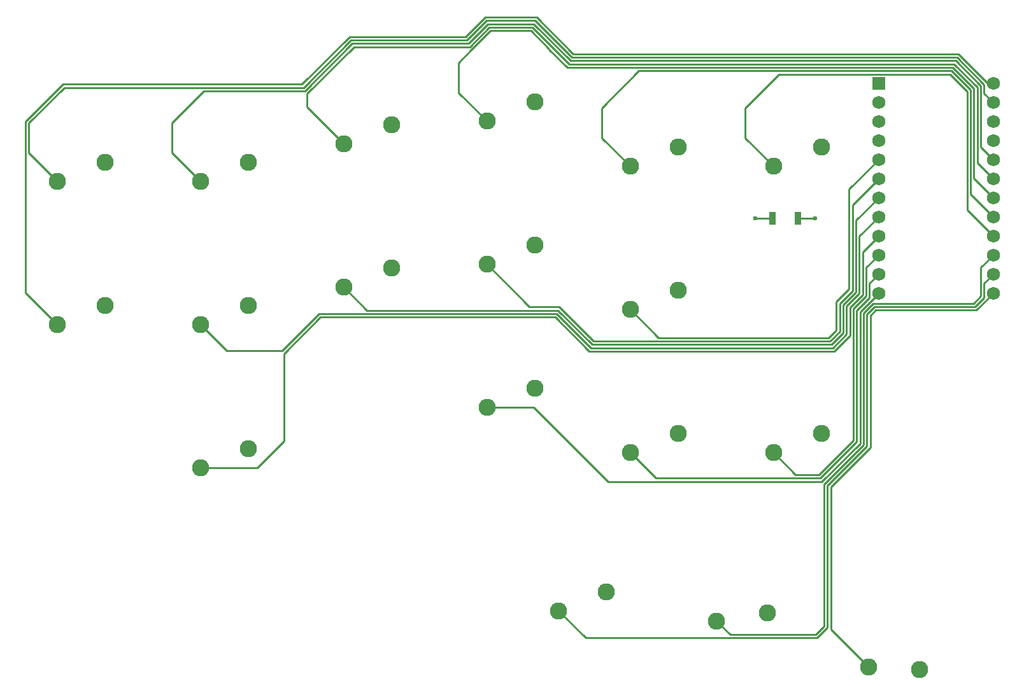
<source format=gbr>
%TF.GenerationSoftware,KiCad,Pcbnew,(6.0.8-1)-1*%
%TF.CreationDate,2023-01-29T19:27:53+03:00*%
%TF.ProjectId,lol,6c6f6c2e-6b69-4636-9164-5f7063625858,v1.0.0*%
%TF.SameCoordinates,Original*%
%TF.FileFunction,Copper,L1,Top*%
%TF.FilePolarity,Positive*%
%FSLAX46Y46*%
G04 Gerber Fmt 4.6, Leading zero omitted, Abs format (unit mm)*
G04 Created by KiCad (PCBNEW (6.0.8-1)-1) date 2023-01-29 19:27:53*
%MOMM*%
%LPD*%
G01*
G04 APERTURE LIST*
%TA.AperFunction,ComponentPad*%
%ADD10C,2.286000*%
%TD*%
%TA.AperFunction,ComponentPad*%
%ADD11R,1.752600X1.752600*%
%TD*%
%TA.AperFunction,ComponentPad*%
%ADD12C,1.752600*%
%TD*%
%TA.AperFunction,ComponentPad*%
%ADD13C,0.600000*%
%TD*%
%TA.AperFunction,SMDPad,CuDef*%
%ADD14R,0.900000X1.700000*%
%TD*%
%TA.AperFunction,Conductor*%
%ADD15C,0.250000*%
%TD*%
G04 APERTURE END LIST*
D10*
%TO.P,S2,1*%
%TO.N,P1*%
X16510000Y-5080000D03*
%TO.P,S2,2*%
%TO.N,GND*%
X22860000Y-2540000D03*
%TD*%
%TO.P,S4,1*%
%TO.N,P0*%
X16510000Y13970000D03*
%TO.P,S4,2*%
%TO.N,GND*%
X22860000Y16510000D03*
%TD*%
%TO.P,S6,1*%
%TO.N,P15*%
X35560000Y-24130000D03*
%TO.P,S6,2*%
%TO.N,GND*%
X41910000Y-21590000D03*
%TD*%
%TO.P,S8,1*%
%TO.N,P18*%
X35560000Y-5080000D03*
%TO.P,S8,2*%
%TO.N,GND*%
X41910000Y-2540000D03*
%TD*%
%TO.P,S10,1*%
%TO.N,P2*%
X35560000Y13970000D03*
%TO.P,S10,2*%
%TO.N,GND*%
X41910000Y16510000D03*
%TD*%
%TO.P,S12,1*%
%TO.N,P19*%
X54610000Y-80000D03*
%TO.P,S12,2*%
%TO.N,GND*%
X60960000Y2460000D03*
%TD*%
%TO.P,S14,1*%
%TO.N,P3*%
X54610000Y18970000D03*
%TO.P,S14,2*%
%TO.N,GND*%
X60960000Y21510000D03*
%TD*%
%TO.P,S16,1*%
%TO.N,P10*%
X73660000Y-16130000D03*
%TO.P,S16,2*%
%TO.N,GND*%
X80010000Y-13590000D03*
%TD*%
%TO.P,S18,1*%
%TO.N,P20*%
X73660000Y2920000D03*
%TO.P,S18,2*%
%TO.N,GND*%
X80010000Y5460000D03*
%TD*%
%TO.P,S20,1*%
%TO.N,P4*%
X73660000Y21970000D03*
%TO.P,S20,2*%
%TO.N,GND*%
X80010000Y24510000D03*
%TD*%
%TO.P,S22,1*%
%TO.N,P16*%
X92710000Y-22130000D03*
%TO.P,S22,2*%
%TO.N,GND*%
X99060000Y-19590000D03*
%TD*%
%TO.P,S24,1*%
%TO.N,P21*%
X92710000Y-3080000D03*
%TO.P,S24,2*%
%TO.N,GND*%
X99060000Y-540000D03*
%TD*%
%TO.P,S26,1*%
%TO.N,P5*%
X92710000Y15970000D03*
%TO.P,S26,2*%
%TO.N,GND*%
X99060000Y18510000D03*
%TD*%
%TO.P,S28,1*%
%TO.N,P14*%
X111760000Y-22130000D03*
%TO.P,S28,2*%
%TO.N,GND*%
X118110000Y-19590000D03*
%TD*%
%TO.P,S30,1*%
%TO.N,P6*%
X111760000Y15970000D03*
%TO.P,S30,2*%
%TO.N,GND*%
X118110000Y18510000D03*
%TD*%
%TO.P,S32,1*%
%TO.N,P8*%
X83185000Y-43180000D03*
%TO.P,S32,2*%
%TO.N,GND*%
X89535000Y-40640000D03*
%TD*%
%TO.P,S34,1*%
%TO.N,P7*%
X104195695Y-44509827D03*
%TO.P,S34,2*%
%TO.N,GND*%
X110944931Y-43404427D03*
%TD*%
%TO.P,S36,1*%
%TO.N,P9*%
X124376077Y-50630593D03*
%TO.P,S36,2*%
%TO.N,GND*%
X131204582Y-51012197D03*
%TD*%
D11*
%TO.P,MCU1,1*%
%TO.N,RAW*%
X125730000Y27020000D03*
D12*
%TO.P,MCU1,2*%
%TO.N,GND*%
X125730000Y24480000D03*
%TO.P,MCU1,3*%
%TO.N,RST*%
X125730000Y21940000D03*
%TO.P,MCU1,4*%
%TO.N,VCC*%
X125730000Y19400000D03*
%TO.P,MCU1,5*%
%TO.N,P21*%
X125730000Y16860000D03*
%TO.P,MCU1,6*%
%TO.N,P20*%
X125730000Y14320000D03*
%TO.P,MCU1,7*%
%TO.N,P19*%
X125730000Y11780000D03*
%TO.P,MCU1,8*%
%TO.N,P18*%
X125730000Y9240000D03*
%TO.P,MCU1,9*%
%TO.N,P15*%
X125730000Y6700000D03*
%TO.P,MCU1,10*%
%TO.N,P14*%
X125730000Y4160000D03*
%TO.P,MCU1,11*%
%TO.N,P16*%
X125730000Y1620000D03*
%TO.P,MCU1,12*%
%TO.N,P10*%
X125730000Y-920000D03*
%TO.P,MCU1,13*%
%TO.N,P1*%
X140970000Y27020000D03*
%TO.P,MCU1,14*%
%TO.N,P0*%
X140970000Y24480000D03*
%TO.P,MCU1,15*%
%TO.N,GND*%
X140970000Y21940000D03*
%TO.P,MCU1,16*%
X140970000Y19400000D03*
%TO.P,MCU1,17*%
%TO.N,P2*%
X140970000Y16860000D03*
%TO.P,MCU1,18*%
%TO.N,P3*%
X140970000Y14320000D03*
%TO.P,MCU1,19*%
%TO.N,P4*%
X140970000Y11780000D03*
%TO.P,MCU1,20*%
%TO.N,P5*%
X140970000Y9240000D03*
%TO.P,MCU1,21*%
%TO.N,P6*%
X140970000Y6700000D03*
%TO.P,MCU1,22*%
%TO.N,P7*%
X140970000Y4160000D03*
%TO.P,MCU1,23*%
%TO.N,P8*%
X140970000Y1620000D03*
%TO.P,MCU1,24*%
%TO.N,P9*%
X140970000Y-920000D03*
%TD*%
D13*
%TO.P,REF\u002A\u002A,1*%
%TO.N,RST*%
X117300000Y9050000D03*
%TD*%
%TO.P,REF\u002A\u002A,1*%
%TO.N,GND*%
X109300000Y9050000D03*
%TD*%
D14*
%TO.P,,1*%
%TO.N,RST*%
X115000000Y9050000D03*
%TO.P,,2*%
%TO.N,GND*%
X111600000Y9050000D03*
%TD*%
D15*
%TO.N,P1*%
X12294099Y21932147D02*
X17266953Y26905001D01*
X140255000Y27020000D02*
X140970000Y27020000D01*
X136353700Y30921300D02*
X140255000Y27020000D01*
X17266953Y26905001D02*
X49094161Y26905001D01*
X12294099Y-864099D02*
X12294099Y21932147D01*
X16510000Y-5080000D02*
X12294099Y-864099D01*
X55414160Y33225000D02*
X70827764Y33225000D01*
X49094161Y26905001D02*
X55414160Y33225000D01*
X70827764Y33225000D02*
X73407765Y35805001D01*
X73407765Y35805001D02*
X80262235Y35805001D01*
X80262235Y35805001D02*
X85145936Y30921300D01*
X85145936Y30921300D02*
X136353700Y30921300D01*
%TO.N,P0*%
X140970000Y24480000D02*
X139768700Y25681300D01*
X139768700Y25681300D02*
X139768700Y26869904D01*
X139768700Y26869904D02*
X136167304Y30471300D01*
X136167304Y30471300D02*
X84959540Y30471300D01*
X84959540Y30471300D02*
X80075839Y35355001D01*
X80075839Y35355001D02*
X73594161Y35355001D01*
X71014160Y32775000D02*
X55600556Y32775000D01*
X73594161Y35355001D02*
X71014160Y32775000D01*
X49280557Y26455001D02*
X17453349Y26455001D01*
X17453349Y26455001D02*
X12744099Y21745751D01*
X55600556Y32775000D02*
X49280557Y26455001D01*
X12744099Y21745751D02*
X12744099Y17735901D01*
X12744099Y17735901D02*
X16510000Y13970000D01*
%TO.N,P3*%
X54610000Y18970000D02*
X49725000Y23855000D01*
X55973348Y31875000D02*
X71386952Y31875000D01*
X49725000Y23855000D02*
X49725000Y25626652D01*
X138850000Y16825000D02*
X138850000Y16440000D01*
X79703047Y34455001D02*
X84586748Y29571300D01*
X138850000Y16440000D02*
X140970000Y14320000D01*
X138868700Y16843700D02*
X138850000Y16825000D01*
X49725000Y25626652D02*
X55973348Y31875000D01*
X138868700Y26497112D02*
X138868700Y16843700D01*
X135794512Y29571300D02*
X138868700Y26497112D01*
X71386952Y31875000D02*
X73966953Y34455001D01*
X73966953Y34455001D02*
X79703047Y34455001D01*
X84586748Y29571300D02*
X135794512Y29571300D01*
%TO.N,P4*%
X69894099Y25735901D02*
X69894099Y29745751D01*
X81950000Y31500000D02*
X84328700Y29121300D01*
X71613349Y31465001D02*
X71615001Y31465001D01*
X135608116Y29121300D02*
X138418700Y26310716D01*
X84328700Y29121300D02*
X135608116Y29121300D01*
X69894099Y29745751D02*
X71613349Y31465001D01*
X71615001Y31465001D02*
X74155001Y34005001D01*
X73660000Y21970000D02*
X69894099Y25735901D01*
X138418700Y17030096D02*
X138400000Y17011396D01*
X81950000Y31571652D02*
X81950000Y31500000D01*
X74155001Y34005001D02*
X79516651Y34005001D01*
X79516651Y34005001D02*
X81950000Y31571652D01*
X138418700Y26310716D02*
X138418700Y17030096D01*
X138400000Y17011396D02*
X138400000Y14350000D01*
X138400000Y14350000D02*
X140970000Y11780000D01*
%TO.N,P2*%
X35560000Y13970000D02*
X31794099Y17735901D01*
X31794099Y21745751D02*
X36053349Y26005001D01*
X36053349Y26005001D02*
X49466953Y26005001D01*
X49466953Y26005001D02*
X55786952Y32325000D01*
X71200556Y32325000D02*
X73780557Y34905001D01*
X139318700Y26683508D02*
X139318700Y18511300D01*
X79889443Y34905001D02*
X84773144Y30021300D01*
X135980908Y30021300D02*
X139318700Y26683508D01*
X73780557Y34905001D02*
X79889443Y34905001D01*
X84773144Y30021300D02*
X135980908Y30021300D01*
X55786952Y32325000D02*
X71200556Y32325000D01*
X31794099Y17735901D02*
X31794099Y21745751D01*
X139318700Y18511300D02*
X140970000Y16860000D01*
%TO.N,P8*%
X83185000Y-43180000D02*
X86780000Y-46775000D01*
X124175000Y-3747792D02*
X125197792Y-2725000D01*
X117575000Y-46775000D02*
X118925000Y-45425000D01*
X138528604Y-2725000D02*
X139768700Y-1484904D01*
X86780000Y-46775000D02*
X117575000Y-46775000D01*
X118925000Y-45425000D02*
X118925000Y-26497792D01*
X139768700Y418700D02*
X140970000Y1620000D01*
X118925000Y-26497792D02*
X124175000Y-21247792D01*
X124175000Y-21247792D02*
X124175000Y-3747792D01*
X125197792Y-2725000D02*
X138528604Y-2725000D01*
X139768700Y-1484904D02*
X139768700Y418700D01*
%TO.N,P7*%
X104195695Y-44509827D02*
X106010868Y-46325000D01*
X118475000Y-26311396D02*
X123725000Y-21061396D01*
X123725000Y-21061396D02*
X123725000Y-3561396D01*
X123725000Y-3561396D02*
X125011396Y-2275000D01*
X125011396Y-2275000D02*
X138342208Y-2275000D01*
X138342208Y-2275000D02*
X139318700Y-1298508D01*
X117388604Y-46325000D02*
X118475000Y-45238604D01*
X118475000Y-45238604D02*
X118475000Y-26311396D01*
X106010868Y-46325000D02*
X117388604Y-46325000D01*
X139318700Y-1298508D02*
X139318700Y2508700D01*
X139318700Y2508700D02*
X140970000Y4160000D01*
%TO.N,P9*%
X124376077Y-50630593D02*
X119375000Y-45629516D01*
X119375000Y-45629516D02*
X119375000Y-26684188D01*
X119375000Y-26684188D02*
X124625000Y-21434188D01*
X124625000Y-21434188D02*
X124625000Y-3934188D01*
X124625000Y-3934188D02*
X125384188Y-3175000D01*
X125384188Y-3175000D02*
X138715000Y-3175000D01*
X138715000Y-3175000D02*
X140970000Y-920000D01*
%TO.N,RST*%
X115000000Y9050000D02*
X117300000Y9050000D01*
%TO.N,GND*%
X109300000Y9050000D02*
X111600000Y9050000D01*
%TO.N,P15*%
X46675000Y-20600000D02*
X46675000Y-8945782D01*
X46675000Y-8945782D02*
X51525783Y-4094999D01*
X43145000Y-24130000D02*
X46675000Y-20600000D01*
X35560000Y-24130000D02*
X43145000Y-24130000D01*
X87275000Y-8625000D02*
X119847792Y-8625000D01*
X51525783Y-4094999D02*
X82744999Y-4094999D01*
X82744999Y-4094999D02*
X87275000Y-8625000D01*
X123628700Y-1112112D02*
X123628700Y4598700D01*
X121925000Y-6547792D02*
X121925000Y-2815812D01*
X119847792Y-8625000D02*
X121925000Y-6547792D01*
X121925000Y-2815812D02*
X123628700Y-1112112D01*
X123628700Y4598700D02*
X125730000Y6700000D01*
%TO.N,P18*%
X35560000Y-5080000D02*
X39055000Y-8575000D01*
X39055000Y-8575000D02*
X46409386Y-8575000D01*
X46409386Y-8575000D02*
X51339387Y-3644999D01*
X51339387Y-3644999D02*
X82931395Y-3644999D01*
X82931395Y-3644999D02*
X87461396Y-8175000D01*
X87461396Y-8175000D02*
X119661396Y-8175000D01*
X119661396Y-8175000D02*
X121475000Y-6361396D01*
X121475000Y-6361396D02*
X121475000Y-2629416D01*
X121475000Y-2629416D02*
X123178700Y-925716D01*
X123178700Y-925716D02*
X123178700Y6688700D01*
X123178700Y6688700D02*
X125730000Y9240000D01*
%TO.N,P6*%
X111760000Y15970000D02*
X107994099Y19735901D01*
X107994099Y19735901D02*
X107994099Y23745751D01*
X107994099Y23745751D02*
X112469648Y28221300D01*
X112469648Y28221300D02*
X135235324Y28221300D01*
X135235324Y28221300D02*
X137518700Y25937924D01*
X137518700Y25937924D02*
X137518700Y17402888D01*
X137518700Y17402888D02*
X137500000Y17384188D01*
X137500000Y17384188D02*
X137500000Y10170000D01*
X137500000Y10170000D02*
X140970000Y6700000D01*
%TO.N,P5*%
X92710000Y15970000D02*
X88944099Y19735901D01*
X88944099Y19735901D02*
X88944099Y23745751D01*
X137950000Y17197792D02*
X137950000Y12260000D01*
X93869648Y28671300D02*
X135421720Y28671300D01*
X88944099Y23745751D02*
X93869648Y28671300D01*
X135421720Y28671300D02*
X137968700Y26124320D01*
X137968700Y26124320D02*
X137968700Y17216492D01*
X137968700Y17216492D02*
X137950000Y17197792D01*
X137950000Y12260000D02*
X140970000Y9240000D01*
%TO.N,P19*%
X54610000Y-80000D02*
X57724999Y-3194999D01*
X119475000Y-7725000D02*
X121025000Y-6175000D01*
X121025000Y-6175000D02*
X121025000Y-2443020D01*
X122728700Y-739320D02*
X122728700Y8778700D01*
X57724999Y-3194999D02*
X83117791Y-3194999D01*
X122728700Y8778700D02*
X125730000Y11780000D01*
X83117791Y-3194999D02*
X87647792Y-7725000D01*
X87647792Y-7725000D02*
X119475000Y-7725000D01*
X121025000Y-2443020D02*
X122728700Y-739320D01*
%TO.N,P21*%
X92710000Y-3080000D02*
X96455000Y-6825000D01*
X96455000Y-6825000D02*
X119102208Y-6825000D01*
X119102208Y-6825000D02*
X120125000Y-5802208D01*
X120125000Y-5802208D02*
X120125000Y-2070228D01*
X121828700Y-366528D02*
X121828700Y12958700D01*
X120125000Y-2070228D02*
X121828700Y-366528D01*
X121828700Y12958700D02*
X125730000Y16860000D01*
%TO.N,P20*%
X73660000Y2920000D02*
X79324999Y-2744999D01*
X83304187Y-2744999D02*
X87834188Y-7275000D01*
X79324999Y-2744999D02*
X83304187Y-2744999D01*
X120575000Y-5988604D02*
X120575000Y-2256624D01*
X87834188Y-7275000D02*
X119288604Y-7275000D01*
X119288604Y-7275000D02*
X120575000Y-5988604D01*
X120575000Y-2256624D02*
X122278700Y-552924D01*
X122278700Y10868700D02*
X125730000Y14320000D01*
X122278700Y-552924D02*
X122278700Y10868700D01*
%TO.N,P14*%
X111760000Y-22130000D02*
X114705000Y-25075000D01*
X124078700Y2508700D02*
X125730000Y4160000D01*
X114705000Y-25075000D02*
X117802208Y-25075000D01*
X122375000Y-3002208D02*
X124078700Y-1298508D01*
X122375000Y-20502208D02*
X122375000Y-3002208D01*
X117802208Y-25075000D02*
X122375000Y-20502208D01*
X124078700Y-1298508D02*
X124078700Y2508700D01*
%TO.N,P16*%
X92710000Y-22130000D02*
X96105000Y-25525000D01*
X96105000Y-25525000D02*
X117988604Y-25525000D01*
X117988604Y-25525000D02*
X122825000Y-20688604D01*
X122825000Y-20688604D02*
X122825000Y-3188604D01*
X122825000Y-3188604D02*
X124528700Y-1484904D01*
X124528700Y-1484904D02*
X124528700Y418700D01*
X124528700Y418700D02*
X125730000Y1620000D01*
%TO.N,P10*%
X73660000Y-16130000D02*
X79905000Y-16130000D01*
X79905000Y-16130000D02*
X89750000Y-25975000D01*
X89750000Y-25975000D02*
X118175000Y-25975000D01*
X118175000Y-25975000D02*
X123275000Y-20875000D01*
X123275000Y-20875000D02*
X123275000Y-3375000D01*
X123275000Y-3375000D02*
X125730000Y-920000D01*
%TD*%
M02*

</source>
